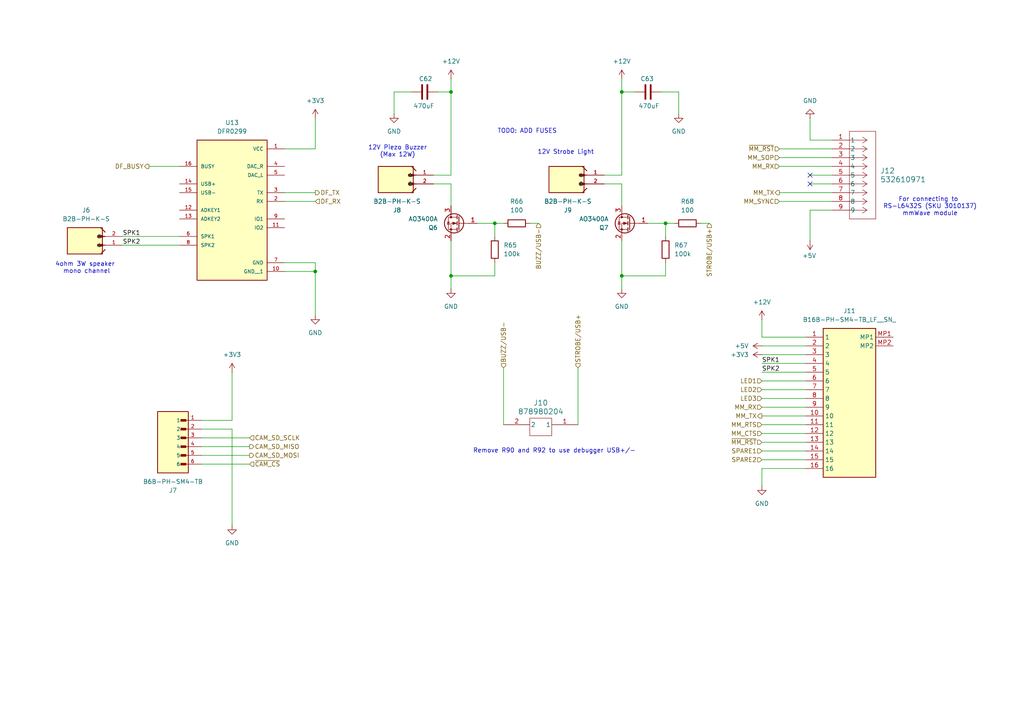
<source format=kicad_sch>
(kicad_sch (version 20250114) (generator "eeschema") (generator_version "9.0")
  (paper "A4")
  (lib_symbols
    (symbol "532610971:532610971" (pin_names (offset 0.254))
      (property "Reference" "J" (at 8.89 6.35 0))
      (property "Value" "532610971" (at 0 0 0))
      (symbol "532610971_1_1"
        (polyline (pts (xy 5.08 2.54) (xy 5.08 -22.86)) (stroke (width 0.127)))
        (polyline (pts (xy 5.08 -22.86) (xy 12.7 -22.86)) (stroke (width 0.127)))
        (polyline (pts (xy 10.16 0) (xy 5.08 0)) (stroke (width 0.127)))
        (polyline (pts (xy 10.16 0) (xy 8.89 0.8467)) (stroke (width 0.127)))
        (polyline (pts (xy 10.16 0) (xy 8.89 -0.8467)) (stroke (width 0.127)))
        (polyline (pts (xy 10.16 -2.54) (xy 5.08 -2.54)) (stroke (width 0.127)))
        (polyline (pts (xy 10.16 -2.54) (xy 8.89 -1.6933)) (stroke (width 0.127)))
        (polyline (pts (xy 10.16 -2.54) (xy 8.89 -3.3867)) (stroke (width 0.127)))
        (polyline (pts (xy 10.16 -5.08) (xy 5.08 -5.08)) (stroke (width 0.127)))
        (polyline (pts (xy 10.16 -5.08) (xy 8.89 -4.2333)) (stroke (width 0.127)))
        (polyline (pts (xy 10.16 -5.08) (xy 8.89 -5.9267)) (stroke (width 0.127)))
        (polyline (pts (xy 10.16 -7.62) (xy 5.08 -7.62)) (stroke (width 0.127)))
        (polyline (pts (xy 10.16 -7.62) (xy 8.89 -6.7733)) (stroke (width 0.127)))
        (polyline (pts (xy 10.16 -7.62) (xy 8.89 -8.4667)) (stroke (width 0.127)))
        (polyline (pts (xy 10.16 -10.16) (xy 5.08 -10.16)) (stroke (width 0.127)))
        (polyline (pts (xy 10.16 -10.16) (xy 8.89 -9.3133)) (stroke (width 0.127)))
        (polyline (pts (xy 10.16 -10.16) (xy 8.89 -11.0067)) (stroke (width 0.127)))
        (polyline (pts (xy 10.16 -12.7) (xy 5.08 -12.7)) (stroke (width 0.127)))
        (polyline (pts (xy 10.16 -12.7) (xy 8.89 -11.8533)) (stroke (width 0.127)))
        (polyline (pts (xy 10.16 -12.7) (xy 8.89 -13.5467)) (stroke (width 0.127)))
        (polyline (pts (xy 10.16 -15.24) (xy 5.08 -15.24)) (stroke (width 0.127)))
        (polyline (pts (xy 10.16 -15.24) (xy 8.89 -14.3933)) (stroke (width 0.127)))
        (polyline (pts (xy 10.16 -15.24) (xy 8.89 -16.0867)) (stroke (width 0.127)))
        (polyline (pts (xy 10.16 -17.78) (xy 5.08 -17.78)) (stroke (width 0.127)))
        (polyline (pts (xy 10.16 -17.78) (xy 8.89 -16.9333)) (stroke (width 0.127)))
        (polyline (pts (xy 10.16 -17.78) (xy 8.89 -18.6267)) (stroke (width 0.127)))
        (polyline (pts (xy 10.16 -20.32) (xy 5.08 -20.32)) (stroke (width 0.127)))
        (polyline (pts (xy 10.16 -20.32) (xy 8.89 -19.4733)) (stroke (width 0.127)))
        (polyline (pts (xy 10.16 -20.32) (xy 8.89 -21.1667)) (stroke (width 0.127)))
        (polyline (pts (xy 12.7 2.54) (xy 5.08 2.54)) (stroke (width 0.127)))
        (polyline (pts (xy 12.7 -22.86) (xy 12.7 2.54)) (stroke (width 0.127)))
        (pin unspecified line (at 0 0 0) (length 5.08) (name "1") (number "1"))
        (pin unspecified line (at 0 -2.54 0) (length 5.08) (name "2") (number "2"))
        (pin unspecified line (at 0 -5.08 0) (length 5.08) (name "3") (number "3"))
        (pin unspecified line (at 0 -7.62 0) (length 5.08) (name "4") (number "4"))
        (pin unspecified line (at 0 -10.16 0) (length 5.08) (name "5") (number "5"))
        (pin unspecified line (at 0 -12.7 0) (length 5.08) (name "6") (number "6"))
        (pin unspecified line (at 0 -15.24 0) (length 5.08) (name "7") (number "7"))
        (pin unspecified line (at 0 -17.78 0) (length 5.08) (name "8") (number "8"))
        (pin unspecified line (at 0 -20.32 0) (length 5.08) (name "9") (number "9"))
      )
      (symbol "532610971_1_2"
        (polyline (pts (xy 5.08 2.54) (xy 5.08 -22.86)) (stroke (width 0.127)))
        (polyline (pts (xy 5.08 -22.86) (xy 12.7 -22.86)) (stroke (width 0.127)))
        (polyline (pts (xy 7.62 0) (xy 5.08 0)) (stroke (width 0.127)))
        (polyline (pts (xy 7.62 0) (xy 8.89 0.8467)) (stroke (width 0.127)))
        (polyline (pts (xy 7.62 0) (xy 8.89 -0.8467)) (stroke (width 0.127)))
        (polyline (pts (xy 7.62 -2.54) (xy 5.08 -2.54)) (stroke (width 0.127)))
        (polyline (pts (xy 7.62 -2.54) (xy 8.89 -1.6933)) (stroke (width 0.127)))
        (polyline (pts (xy 7.62 -2.54) (xy 8.89 -3.3867)) (stroke (width 0.127)))
        (polyline (pts (xy 7.62 -5.08) (xy 5.08 -5.08)) (stroke (width 0.127)))
        (polyline (pts (xy 7.62 -5.08) (xy 8.89 -4.2333)) (stroke (width 0.127)))
        (polyline (pts (xy 7.62 -5.08) (xy 8.89 -5.9267)) (stroke (width 0.127)))
        (polyline (pts (xy 7.62 -7.62) (xy 5.08 -7.62)) (stroke (width 0.127)))
        (polyline (pts (xy 7.62 -7.62) (xy 8.89 -6.7733)) (stroke (width 0.127)))
        (polyline (pts (xy 7.62 -7.62) (xy 8.89 -8.4667)) (stroke (width 0.127)))
        (polyline (pts (xy 7.62 -10.16) (xy 5.08 -10.16)) (stroke (width 0.127)))
        (polyline (pts (xy 7.62 -10.16) (xy 8.89 -9.3133)) (stroke (width 0.127)))
        (polyline (pts (xy 7.62 -10.16) (xy 8.89 -11.0067)) (stroke (width 0.127)))
        (polyline (pts (xy 7.62 -12.7) (xy 5.08 -12.7)) (stroke (width 0.127)))
        (polyline (pts (xy 7.62 -12.7) (xy 8.89 -11.8533)) (stroke (width 0.127)))
        (polyline (pts (xy 7.62 -12.7) (xy 8.89 -13.5467)) (stroke (width 0.127)))
        (polyline (pts (xy 7.62 -15.24) (xy 5.08 -15.24)) (stroke (width 0.127)))
        (polyline (pts (xy 7.62 -15.24) (xy 8.89 -14.3933)) (stroke (width 0.127)))
        (polyline (pts (xy 7.62 -15.24) (xy 8.89 -16.0867)) (stroke (width 0.127)))
        (polyline (pts (xy 7.62 -17.78) (xy 5.08 -17.78)) (stroke (width 0.127)))
        (polyline (pts (xy 7.62 -17.78) (xy 8.89 -16.9333)) (stroke (width 0.127)))
        (polyline (pts (xy 7.62 -17.78) (xy 8.89 -18.6267)) (stroke (width 0.127)))
        (polyline (pts (xy 7.62 -20.32) (xy 5.08 -20.32)) (stroke (width 0.127)))
        (polyline (pts (xy 7.62 -20.32) (xy 8.89 -19.4733)) (stroke (width 0.127)))
        (polyline (pts (xy 7.62 -20.32) (xy 8.89 -21.1667)) (stroke (width 0.127)))
        (polyline (pts (xy 12.7 2.54) (xy 5.08 2.54)) (stroke (width 0.127)))
        (polyline (pts (xy 12.7 -22.86) (xy 12.7 2.54)) (stroke (width 0.127)))
        (pin unspecified line (at 0 0 0) (length 5.08) (name "1") (number "1"))
        (pin unspecified line (at 0 -2.54 0) (length 5.08) (name "2") (number "2"))
        (pin unspecified line (at 0 -5.08 0) (length 5.08) (name "3") (number "3"))
        (pin unspecified line (at 0 -7.62 0) (length 5.08) (name "4") (number "4"))
        (pin unspecified line (at 0 -10.16 0) (length 5.08) (name "5") (number "5"))
        (pin unspecified line (at 0 -12.7 0) (length 5.08) (name "6") (number "6"))
        (pin unspecified line (at 0 -15.24 0) (length 5.08) (name "7") (number "7"))
        (pin unspecified line (at 0 -17.78 0) (length 5.08) (name "8") (number "8"))
        (pin unspecified line (at 0 -20.32 0) (length 5.08) (name "9") (number "9"))
      )
    )
    (symbol "87898-0204:878980204" (pin_names (offset 0.254))
      (property "Reference" "J" (at 20.32 10.16 0))
      (property "Value" "878980204" (at 20.32 7.62 0))
      (symbol "878980204_0_1"
        (polyline (pts (xy 16.51 3.175) (xy 16.51 -1.905)) (stroke (width 0.127)))
        (polyline (pts (xy 16.51 -1.905) (xy 22.86 -1.905)) (stroke (width 0.127)))
        (polyline (pts (xy 22.86 3.175) (xy 16.51 3.175)) (stroke (width 0.127)))
        (polyline (pts (xy 22.86 -1.905) (xy 22.86 3.175)) (stroke (width 0.127)))
        (pin unspecified line (at 8.89 0 0) (length 7.62) (name "1") (number "1"))
        (pin unspecified line (at 30.48 0 180) (length 7.62) (name "2") (number "2"))
      )
    )
    (symbol "B16B-PH-SM4-TB_LF__SN_:B16B-PH-SM4-TB_LF__SN_"
      (property "Reference" "J" (at 21.59 7.62 0))
      (property "Value" "B16B-PH-SM4-TB_LF__SN_" (at 21.59 5.08 0))
      (symbol "B16B-PH-SM4-TB_LF__SN__1_1"
        (rectangle (start 5.08 2.54) (end 20.32 -40.64) (stroke (width 0.254)) (fill (type background)))
        (pin passive line (at 0 0 0) (length 5.08) (name "1") (number "1"))
        (pin passive line (at 0 -2.54 0) (length 5.08) (name "2") (number "2"))
        (pin passive line (at 0 -5.08 0) (length 5.08) (name "3") (number "3"))
        (pin passive line (at 0 -7.62 0) (length 5.08) (name "4") (number "4"))
        (pin passive line (at 0 -10.16 0) (length 5.08) (name "5") (number "5"))
        (pin passive line (at 0 -12.7 0) (length 5.08) (name "6") (number "6"))
        (pin passive line (at 0 -15.24 0) (length 5.08) (name "7") (number "7"))
        (pin passive line (at 0 -17.78 0) (length 5.08) (name "8") (number "8"))
        (pin passive line (at 0 -20.32 0) (length 5.08) (name "9") (number "9"))
        (pin passive line (at 0 -22.86 0) (length 5.08) (name "10") (number "10"))
        (pin passive line (at 0 -25.4 0) (length 5.08) (name "11") (number "11"))
        (pin passive line (at 0 -27.94 0) (length 5.08) (name "12") (number "12"))
        (pin passive line (at 0 -30.48 0) (length 5.08) (name "13") (number "13"))
        (pin passive line (at 0 -33.02 0) (length 5.08) (name "14") (number "14"))
        (pin passive line (at 0 -35.56 0) (length 5.08) (name "15") (number "15"))
        (pin passive line (at 0 -38.1 0) (length 5.08) (name "16") (number "16"))
        (pin passive line (at 25.4 0 180) (length 5.08) (name "MP1") (number "MP1"))
        (pin passive line (at 25.4 -2.54 180) (length 5.08) (name "MP2") (number "MP2"))
      )
    )
    (symbol "B2B-PH-K-S:B2B-PH-K-S" (pin_names (offset 1.016))
      (property "Reference" "J" (at -5.58 5.08 0))
      (property "Value" "B2B-PH-K-S" (at -5.08 -5.08 0))
      (symbol "B2B-PH-K-S_0_0"
        (polyline (pts (xy -5.08 3.81) (xy -3.81 5.08)) (stroke (width 0.254)))
        (polyline (pts (xy -5.08 2.54) (xy -3.175 2.54)) (stroke (width 0.254)))
        (polyline (pts (xy -5.08 0) (xy -3.175 0)) (stroke (width 0.254)))
        (polyline (pts (xy -5.08 -1.27) (xy -3.81 -2.54)) (stroke (width 0.254)))
        (rectangle (start -4.445 2.2225) (end -2.8575 2.8575) (stroke (width 0.1)) (fill (type outline)))
        (rectangle (start -4.445 -0.3175) (end -2.8575 0.3175) (stroke (width 0.1)) (fill (type outline)))
        (rectangle (start -4.2863 -2.54) (end 5.8738 5.08) (stroke (width 0.254)) (fill (type background)))
        (pin passive line (at -10.16 2.54 0) (length 5.08) (name "1") (number "1"))
        (pin passive line (at -10.16 0 0) (length 5.08) (name "2") (number "2"))
      )
    )
    (symbol "B6B-PH-SM4-TB:B6B-PH-SM4-TB" (pin_names (offset 1.016))
      (property "Reference" "J" (at -2.54 8.382 0))
      (property "Value" "B6B-PH-SM4-TB" (at -2.54 -12.7 0))
      (symbol "B6B-PH-SM4-TB_0_0"
        (rectangle (start -3.81 -10.16) (end 5.08 7.62) (stroke (width 0.254)) (fill (type background)))
        (rectangle (start -3.175 4.7625) (end -1.5875 5.3975) (stroke (width 0.1)) (fill (type outline)))
        (rectangle (start -3.175 2.2225) (end -1.5875 2.8575) (stroke (width 0.1)) (fill (type outline)))
        (rectangle (start -3.175 -0.3175) (end -1.5875 0.3175) (stroke (width 0.1)) (fill (type outline)))
        (rectangle (start -3.175 -2.8575) (end -1.5875 -2.2225) (stroke (width 0.1)) (fill (type outline)))
        (rectangle (start -3.175 -5.3975) (end -1.5875 -4.7625) (stroke (width 0.1)) (fill (type outline)))
        (rectangle (start -3.175 -7.9375) (end -1.5875 -7.3025) (stroke (width 0.1)) (fill (type outline)))
        (pin passive line (at -7.62 5.08 0) (length 5.08) (name "1") (number "1"))
        (pin passive line (at -7.62 2.54 0) (length 5.08) (name "2") (number "2"))
        (pin passive line (at -7.62 0 0) (length 5.08) (name "3") (number "3"))
        (pin passive line (at -7.62 -2.54 0) (length 5.08) (name "4") (number "4"))
        (pin passive line (at -7.62 -5.08 0) (length 5.08) (name "5") (number "5"))
        (pin passive line (at -7.62 -7.62 0) (length 5.08) (name "6") (number "6"))
      )
    )
    (symbol "DFR0299:DFR0299" (pin_names (offset 1.016))
      (property "Reference" "U" (at -10.16 18.542 0))
      (property "Value" "DFR0299" (at -10.16 -25.4 0))
      (symbol "DFR0299_0_0"
        (rectangle (start -10.16 -22.86) (end 10.16 17.78) (stroke (width 0.254)) (fill (type background)))
        (pin input line (at -15.24 10.16 0) (length 5.08) (name "BUSY") (number "16"))
        (pin input line (at -15.24 5.08 0) (length 5.08) (name "USB+") (number "14"))
        (pin input line (at -15.24 2.54 0) (length 5.08) (name "USB-") (number "15"))
        (pin input line (at -15.24 -2.54 0) (length 5.08) (name "ADKEY1") (number "12"))
        (pin input line (at -15.24 -5.08 0) (length 5.08) (name "ADKEY2") (number "13"))
        (pin passive line (at -15.24 -10.16 0) (length 5.08) (name "SPK1") (number "6"))
        (pin passive line (at -15.24 -12.7 0) (length 5.08) (name "SPK2") (number "8"))
        (pin power_in line (at 15.24 15.24 180) (length 5.08) (name "VCC") (number "1"))
        (pin output line (at 15.24 10.16 180) (length 5.08) (name "DAC_R") (number "4"))
        (pin output line (at 15.24 7.62 180) (length 5.08) (name "DAC_L") (number "5"))
        (pin output line (at 15.24 2.54 180) (length 5.08) (name "TX") (number "3"))
        (pin input line (at 15.24 0 180) (length 5.08) (name "RX") (number "2"))
        (pin bidirectional line (at 15.24 -5.08 180) (length 5.08) (name "IO1") (number "9"))
        (pin bidirectional line (at 15.24 -7.62 180) (length 5.08) (name "IO2") (number "11"))
        (pin power_in line (at 15.24 -17.78 180) (length 5.08) (name "GND") (number "7"))
        (pin power_in line (at 15.24 -20.32 180) (length 5.08) (name "GND__1") (number "10"))
      )
    )
    (symbol "Device:C" (pin_numbers (hide yes)) (pin_names (offset 0.254))
      (property "Reference" "C" (at 0.635 2.54 0))
      (property "Value" "C" (at 0.635 -2.54 0))
      (symbol "C_0_1"
        (polyline (pts (xy -2.032 0.762) (xy 2.032 0.762)) (stroke (width 0.508)))
        (polyline (pts (xy -2.032 -0.762) (xy 2.032 -0.762)) (stroke (width 0.508)))
      )
      (symbol "C_1_1"
        (pin passive line (at 0 3.81 270) (length 2.794) (name "~") (number "1"))
        (pin passive line (at 0 -3.81 90) (length 2.794) (name "~") (number "2"))
      )
    )
    (symbol "Device:R" (pin_numbers (hide yes)) (pin_names (offset 0))
      (property "Reference" "R" (at 2.032 0 90))
      (property "Value" "R" (at 0 0 90))
      (symbol "R_0_1"
        (rectangle (start -1.016 -2.54) (end 1.016 2.54) (stroke (width 0.254)))
      )
      (symbol "R_1_1"
        (pin passive line (at 0 3.81 270) (length 1.27) (name "~") (number "1"))
        (pin passive line (at 0 -3.81 90) (length 1.27) (name "~") (number "2"))
      )
    )
    (symbol "Transistor_FET:AO3400A" (pin_names (offset 0) (hide yes))
      (property "Reference" "Q" (at 5.08 1.905 0))
      (property "Value" "AO3400A" (at 5.08 0 0))
      (symbol "AO3400A_0_1"
        (polyline (pts (xy 0.254 1.905) (xy 0.254 -1.905)) (stroke (width 0.254)))
        (polyline (pts (xy 0.254 0) (xy -2.54 0)))
        (polyline (pts (xy 0.762 2.286) (xy 0.762 1.27)) (stroke (width 0.254)))
        (polyline (pts (xy 0.762 0.508) (xy 0.762 -0.508)) (stroke (width 0.254)))
        (polyline (pts (xy 0.762 -1.27) (xy 0.762 -2.286)) (stroke (width 0.254)))
        (polyline (pts (xy 0.762 -1.778) (xy 3.302 -1.778) (xy 3.302 1.778) (xy 0.762 1.778)))
        (polyline (pts (xy 1.016 0) (xy 2.032 0.381) (xy 2.032 -0.381) (xy 1.016 0)) (fill (type outline)))
        (circle (center 1.651 0) (radius 2.794) (stroke (width 0.254)))
        (polyline (pts (xy 2.54 2.54) (xy 2.54 1.778)))
        (circle (center 2.54 1.778) (radius 0.254) (fill (type outline)))
        (circle (center 2.54 -1.778) (radius 0.254) (fill (type outline)))
        (polyline (pts (xy 2.54 -2.54) (xy 2.54 0) (xy 0.762 0)))
        (polyline (pts (xy 2.921 0.381) (xy 3.683 0.381)))
        (polyline (pts (xy 3.302 0.381) (xy 2.921 -0.254) (xy 3.683 -0.254) (xy 3.302 0.381)))
      )
      (symbol "AO3400A_1_1"
        (pin input line (at -5.08 0 0) (length 2.54) (name "G") (number "1"))
        (pin passive line (at 2.54 5.08 270) (length 2.54) (name "D") (number "3"))
        (pin passive line (at 2.54 -5.08 90) (length 2.54) (name "S") (number "2"))
      )
    )
    (symbol "power:+12V" (power) (pin_numbers (hide yes)) (pin_names (offset 0) (hide yes))
      (property "Value" "+12V" (at 0 3.556 0))
      (symbol "+12V_0_1"
        (polyline (pts (xy -0.762 1.27) (xy 0 2.54)))
        (polyline (pts (xy 0 2.54) (xy 0.762 1.27)))
        (polyline (pts (xy 0 0) (xy 0 2.54)))
      )
      (symbol "+12V_1_1"
        (pin power_in line (at 0 0 90) (length 0) (name "~") (number "1"))
      )
    )
    (symbol "power:+3V3" (power) (pin_numbers (hide yes)) (pin_names (offset 0) (hide yes))
      (property "Value" "+3V3" (at 0 3.556 0))
      (symbol "+3V3_0_1"
        (polyline (pts (xy -0.762 1.27) (xy 0 2.54)))
        (polyline (pts (xy 0 2.54) (xy 0.762 1.27)))
        (polyline (pts (xy 0 0) (xy 0 2.54)))
      )
      (symbol "+3V3_1_1"
        (pin power_in line (at 0 0 90) (length 0) (name "~") (number "1"))
      )
    )
    (symbol "power:+5V" (power) (pin_numbers (hide yes)) (pin_names (offset 0) (hide yes))
      (property "Value" "+5V" (at 0 3.556 0))
      (symbol "+5V_0_1"
        (polyline (pts (xy -0.762 1.27) (xy 0 2.54)))
        (polyline (pts (xy 0 2.54) (xy 0.762 1.27)))
        (polyline (pts (xy 0 0) (xy 0 2.54)))
      )
      (symbol "+5V_1_1"
        (pin power_in line (at 0 0 90) (length 0) (name "~") (number "1"))
      )
    )
    (symbol "power:GND" (power) (pin_numbers (hide yes)) (pin_names (offset 0) (hide yes))
      (property "Value" "GND" (at 0 -3.81 0))
      (symbol "GND_0_1"
        (polyline (pts (xy 0 0) (xy 0 -1.27) (xy 1.27 -1.27) (xy 0 -2.54) (xy -1.27 -1.27) (xy 0 -1.27)))
      )
      (symbol "GND_1_1"
        (pin power_in line (at 0 0 270) (length 0) (name "~") (number "1"))
      )
    )
  )
  (text "TODO: ADD FUSES" (at 152.908 38.1 0) (effects (font (size 1.27 1.27))))
  (text "12V Strobe Light\n" (at 164.084 44.196 0) (effects (font (size 1.27 1.27))))
  (text "Remove R90 and R92 to use debugger USB+/-" (at 160.782 130.81 0) (effects (font (size 1.27 1.27))))
  (text "12V Piezo Buzzer\n(Max 12W)" (at 115.316 43.942 0) (effects (font (size 1.27 1.27))))
  (text "4ohm 3W speaker \nmono channel" (at 25.146 77.724 0) (effects (font (size 1.27 1.27))))
  (text "For connecting to \nRS-L6432S (SKU 3010137)\nmmWave module" (at 269.748 59.944 0) (effects (font (size 1.27 1.27))))
  (junction (at 143.51 64.77))
  (junction (at 130.81 80.01))
  (junction (at 193.04 64.77))
  (junction (at 180.34 26.67))
  (junction (at 91.44 78.74))
  (junction (at 180.34 80.01))
  (junction (at 130.81 26.67))
  (no_connect (at 234.95 53.34))
  (no_connect (at 234.95 50.8))
  (wire (pts (xy 91.44 43.18) (xy 91.44 34.29)))
  (wire (pts (xy 220.98 110.49) (xy 233.68 110.49)))
  (wire (pts (xy 226.06 43.18) (xy 241.3 43.18)))
  (wire (pts (xy 234.95 50.8) (xy 241.3 50.8)))
  (wire (pts (xy 35.56 68.58) (xy 52.07 68.58)))
  (wire (pts (xy 180.34 26.67) (xy 180.34 50.8)))
  (wire (pts (xy 125.73 50.8) (xy 130.81 50.8)))
  (wire (pts (xy 114.3 33.02) (xy 114.3 26.67)))
  (wire (pts (xy 180.34 22.86) (xy 180.34 26.67)))
  (wire (pts (xy 143.51 64.77) (xy 138.43 64.77)))
  (wire (pts (xy 167.64 106.68) (xy 167.64 123.19)))
  (wire (pts (xy 196.85 33.02) (xy 196.85 26.67)))
  (wire (pts (xy 234.95 40.64) (xy 234.95 34.29)))
  (wire (pts (xy 143.51 64.77) (xy 146.05 64.77)))
  (wire (pts (xy 220.98 133.35) (xy 233.68 133.35)))
  (wire (pts (xy 175.26 50.8) (xy 180.34 50.8)))
  (wire (pts (xy 130.81 53.34) (xy 125.73 53.34)))
  (wire (pts (xy 193.04 76.2) (xy 193.04 80.01)))
  (wire (pts (xy 130.81 69.85) (xy 130.81 80.01)))
  (wire (pts (xy 220.98 107.95) (xy 233.68 107.95)))
  (wire (pts (xy 220.98 125.73) (xy 233.68 125.73)))
  (wire (pts (xy 130.81 22.86) (xy 130.81 26.67)))
  (wire (pts (xy 193.04 64.77) (xy 187.96 64.77)))
  (wire (pts (xy 220.98 135.89) (xy 233.68 135.89)))
  (wire (pts (xy 220.98 123.19) (xy 233.68 123.19)))
  (wire (pts (xy 91.44 78.74) (xy 91.44 91.44)))
  (wire (pts (xy 91.44 76.2) (xy 91.44 78.74)))
  (wire (pts (xy 196.85 26.67) (xy 191.77 26.67)))
  (wire (pts (xy 226.06 45.72) (xy 241.3 45.72)))
  (wire (pts (xy 233.68 97.79) (xy 220.98 97.79)))
  (wire (pts (xy 220.98 100.33) (xy 233.68 100.33)))
  (wire (pts (xy 35.56 71.12) (xy 52.07 71.12)))
  (wire (pts (xy 146.05 106.68) (xy 146.05 123.19)))
  (wire (pts (xy 180.34 69.85) (xy 180.34 80.01)))
  (wire (pts (xy 43.18 48.26) (xy 52.07 48.26)))
  (wire (pts (xy 82.55 76.2) (xy 91.44 76.2)))
  (wire (pts (xy 127 26.67) (xy 130.81 26.67)))
  (wire (pts (xy 226.06 55.88) (xy 241.3 55.88)))
  (wire (pts (xy 220.98 118.11) (xy 233.68 118.11)))
  (wire (pts (xy 130.81 53.34) (xy 130.81 59.69)))
  (wire (pts (xy 58.42 132.08) (xy 72.39 132.08)))
  (wire (pts (xy 58.42 124.46) (xy 67.31 124.46)))
  (wire (pts (xy 82.55 58.42) (xy 91.44 58.42)))
  (wire (pts (xy 180.34 53.34) (xy 175.26 53.34)))
  (wire (pts (xy 130.81 26.67) (xy 130.81 50.8)))
  (wire (pts (xy 226.06 58.42) (xy 241.3 58.42)))
  (wire (pts (xy 82.55 78.74) (xy 91.44 78.74)))
  (wire (pts (xy 180.34 80.01) (xy 180.34 83.82)))
  (wire (pts (xy 220.98 102.87) (xy 233.68 102.87)))
  (wire (pts (xy 193.04 80.01) (xy 180.34 80.01)))
  (wire (pts (xy 220.98 128.27) (xy 233.68 128.27)))
  (wire (pts (xy 143.51 68.58) (xy 143.51 64.77)))
  (wire (pts (xy 241.3 60.96) (xy 234.95 60.96)))
  (wire (pts (xy 220.98 113.03) (xy 233.68 113.03)))
  (wire (pts (xy 226.06 48.26) (xy 241.3 48.26)))
  (wire (pts (xy 220.98 115.57) (xy 233.68 115.57)))
  (wire (pts (xy 82.55 43.18) (xy 91.44 43.18)))
  (wire (pts (xy 220.98 105.41) (xy 233.68 105.41)))
  (wire (pts (xy 143.51 80.01) (xy 130.81 80.01)))
  (wire (pts (xy 180.34 53.34) (xy 180.34 59.69)))
  (wire (pts (xy 184.15 26.67) (xy 180.34 26.67)))
  (wire (pts (xy 203.2 64.77) (xy 205.74 64.77)))
  (wire (pts (xy 58.42 127) (xy 72.39 127)))
  (wire (pts (xy 58.42 129.54) (xy 72.39 129.54)))
  (wire (pts (xy 58.42 134.62) (xy 72.39 134.62)))
  (wire (pts (xy 67.31 124.46) (xy 67.31 152.4)))
  (wire (pts (xy 220.98 92.71) (xy 220.98 97.79)))
  (wire (pts (xy 241.3 40.64) (xy 234.95 40.64)))
  (wire (pts (xy 58.42 121.92) (xy 67.31 121.92)))
  (wire (pts (xy 193.04 68.58) (xy 193.04 64.77)))
  (wire (pts (xy 193.04 64.77) (xy 195.58 64.77)))
  (wire (pts (xy 234.95 60.96) (xy 234.95 69.85)))
  (wire (pts (xy 220.98 130.81) (xy 233.68 130.81)))
  (wire (pts (xy 82.55 55.88) (xy 91.44 55.88)))
  (wire (pts (xy 234.95 53.34) (xy 241.3 53.34)))
  (wire (pts (xy 220.98 120.65) (xy 233.68 120.65)))
  (wire (pts (xy 67.31 107.95) (xy 67.31 121.92)))
  (wire (pts (xy 114.3 26.67) (xy 119.38 26.67)))
  (wire (pts (xy 130.81 80.01) (xy 130.81 83.82)))
  (wire (pts (xy 220.98 140.97) (xy 220.98 135.89)))
  (wire (pts (xy 143.51 76.2) (xy 143.51 80.01)))
  (wire (pts (xy 153.67 64.77) (xy 156.21 64.77)))
  (label "SPK2" (at 220.98 107.95 0))
  (label "SPK2" (at 35.56 71.12 0))
  (label "SPK1" (at 220.98 105.41 0))
  (label "SPK1" (at 35.56 68.58 0))
  (hierarchical_label "MM_TX" (shape output) (at 226.06 55.88 180))
  (hierarchical_label "SPARE2" (shape input) (at 220.98 133.35 180))
  (hierarchical_label "~{CAM_CS}" (shape input) (at 72.39 134.62 0))
  (hierarchical_label "STROBE{slash}USB+" (shape input) (at 205.74 64.77 270))
  (hierarchical_label "LED1" (shape input) (at 220.98 110.49 180))
  (hierarchical_label "~{MM_RST}" (shape input) (at 220.98 128.27 180))
  (hierarchical_label "BUZZ{slash}USB-" (shape input) (at 156.21 64.77 270))
  (hierarchical_label "CAM_SD_MOSI" (shape output) (at 72.39 132.08 0))
  (hierarchical_label "MM_RX" (shape input) (at 220.98 118.11 180))
  (hierarchical_label "MM_SOP" (shape input) (at 226.06 45.72 180))
  (hierarchical_label "MM_RTS" (shape input) (at 220.98 123.19 180))
  (hierarchical_label "DF_TX" (shape output) (at 91.44 55.88 0))
  (hierarchical_label "DF_BUSY" (shape output) (at 43.18 48.26 180))
  (hierarchical_label "CAM_SD_MISO" (shape output) (at 72.39 129.54 0))
  (hierarchical_label "MM_CTS" (shape input) (at 220.98 125.73 180))
  (hierarchical_label "MM_RX" (shape input) (at 226.06 48.26 180))
  (hierarchical_label "CAM_SD_SCLK" (shape input) (at 72.39 127 0))
  (hierarchical_label "LED2" (shape input) (at 220.98 113.03 180))
  (hierarchical_label "~{MM_RST}" (shape input) (at 226.06 43.18 180))
  (hierarchical_label "BUZZ{slash}USB-" (shape input) (at 146.05 106.68 90))
  (hierarchical_label "STROBE{slash}USB+" (shape input) (at 167.64 106.68 90))
  (hierarchical_label "DF_RX" (shape input) (at 91.44 58.42 0))
  (hierarchical_label "SPARE1" (shape input) (at 220.98 130.81 180))
  (hierarchical_label "MM_SYNC" (shape input) (at 226.06 58.42 180))
  (hierarchical_label "MM_TX" (shape output) (at 220.98 120.65 180))
  (hierarchical_label "LED3" (shape input) (at 220.98 115.57 180))
  (symbol (lib_id "power:+12V") (at 180.34 22.86 0) (unit 1)
    (property "Reference" "#PWR0112" (effects (hide yes)))
    (property "Value" "+12V" (at 180.34 17.78 0))
    (property "Description" "Power symbol creates a global label with name \"+12V\"" (effects (hide yes)))
  )
  (symbol (lib_id "DFR0299:DFR0299") (at 67.31 58.42 0) (unit 1)
    (property "Reference" "U13" (at 67.31 35.56 0))
    (property "Value" "DFR0299" (at 67.31 38.1 0))
    (property "Footprint" "DFR0299:MODULE_DFR0299" (effects (hide yes)))
    (property "MF" "DFRobot" (effects (hide yes)))
    (property "DESCRIPTION" "Dfplayer - a Mini Mp3 Player" (effects (hide yes)))
    (property "PACKAGE" "None" (effects (hide yes)))
    (property "PRICE" "None" (effects (hide yes)))
    (property "MP" "DFR0299" (effects (hide yes)))
    (property "AVAILABILITY" "Unavailable" (effects (hide yes)))
  )
  (symbol (lib_id "power:+12V") (at 220.98 92.71 0) (unit 1)
    (property "Reference" "#PWR0115" (effects (hide yes)))
    (property "Value" "+12V" (at 220.98 87.63 0))
    (property "Description" "Power symbol creates a global label with name \"+12V\"" (effects (hide yes)))
  )
  (symbol (lib_id "power:GND") (at 130.81 83.82 0) (unit 1)
    (property "Reference" "#PWR0111" (effects (hide yes)))
    (property "Value" "GND" (at 130.81 88.9 0))
    (property "Description" "Power symbol creates a global label with name \"GND\" , ground" (effects (hide yes)))
  )
  (symbol (lib_id "power:+5V") (at 220.98 100.33 90) (unit 1)
    (property "Reference" "#PWR0116" (effects (hide yes)))
    (property "Value" "+5V" (at 217.17 100.3299 90) (effects (justify left)))
    (property "Description" "Power symbol creates a global label with name \"+5V\"" (effects (hide yes)))
  )
  (symbol (lib_id "power:GND") (at 180.34 83.82 0) (unit 1)
    (property "Reference" "#PWR0113" (effects (hide yes)))
    (property "Value" "GND" (at 180.34 88.9 0))
    (property "Description" "Power symbol creates a global label with name \"GND\" , ground" (effects (hide yes)))
  )
  (symbol (lib_id "B16B-PH-SM4-TB_LF__SN_:B16B-PH-SM4-TB_LF__SN_") (at 233.68 97.79 0) (unit 1)
    (property "Reference" "J11" (at 246.38 90.17 0))
    (property "Value" "B16B-PH-SM4-TB_LF__SN_" (at 246.38 92.71 0))
    (property "Footprint" "B16B-PH-SM4-TB_LF__SN_:B16BPHSM4TBLFSN" (effects (hide yes)))
    (property "Datasheet" "http://www.jst-mfg.com/product/pdf/eng/ePH.pdf" (effects (hide yes)))
    (property "Description" "CONN HEADER SMD 16POS 2MM" (effects (hide yes)))
    (property "Height" "6.6" (effects (hide yes)))
    (property "Manufacturer_Name" "JST (JAPAN SOLDERLESS TERMINALS)" (effects (hide yes)))
    (property "Manufacturer_Part_Number" "B16B-PH-SM4-TB(LF)(SN)" (effects (hide yes)))
    (property "Mouser Part Number" "306-B16BPHSM4TBLFSN" (effects (hide yes)))
    (property "Mouser Price/Stock" "https://www.mouser.co.uk/ProductDetail/JST-Commercial/B16B-PH-SM4-TBLFSN?qs=QpmGXVUTftHbk9%252BolgVqeQ%3D%3D" (effects (hide yes)))
  )
  (symbol (lib_id "power:+3V3") (at 91.44 34.29 0) (unit 1)
    (property "Reference" "#PWR0107" (effects (hide yes)))
    (property "Value" "+3V3" (at 91.44 29.21 0))
    (property "Description" "Power symbol creates a global label with name \"+3V3\"" (effects (hide yes)))
  )
  (symbol (lib_id "Device:R") (at 199.39 64.77 90) (unit 1)
    (property "Reference" "R68" (at 199.39 58.42 90))
    (property "Value" "100" (at 199.39 60.96 90))
    (property "Footprint" "Resistor_SMD:R_0603_1608Metric" (effects (hide yes)))
    (property "Description" "Resistor" (effects (hide yes)))
  )
  (symbol (lib_id "B2B-PH-K-S:B2B-PH-K-S") (at 165.1 53.34 0) (mirror y) (unit 1)
    (property "Reference" "J9" (at 164.7031 60.96 0))
    (property "Value" "B2B-PH-K-S" (at 164.7031 58.42 0))
    (property "Footprint" "B2B-PH-K-S:JST_B2B-PH-K-S" (effects (hide yes)))
    (property "MANUFACTURER" "JST" (effects (hide yes)))
  )
  (symbol (lib_id "Device:C") (at 187.96 26.67 270) (mirror x) (unit 1)
    (property "Reference" "C63" (at 187.706 22.86 90))
    (property "Value" "470uF" (at 188.214 30.734 90))
    (property "Footprint" "Capacitor_THT:CP_Radial_D10.0mm_P5.00mm" (effects (hide yes)))
    (property "Description" "Unpolarized capacitor" (effects (hide yes)))
  )
  (symbol (lib_id "Device:R") (at 143.51 72.39 0) (unit 1)
    (property "Reference" "R65" (at 146.05 71.1199 0) (effects (justify left)))
    (property "Value" "100k" (at 146.05 73.6599 0) (effects (justify left)))
    (property "Footprint" "Resistor_SMD:R_0603_1608Metric" (effects (hide yes)))
    (property "Description" "Resistor" (effects (hide yes)))
  )
  (symbol (lib_id "B6B-PH-SM4-TB:B6B-PH-SM4-TB") (at 50.8 127 0) (mirror y) (unit 1)
    (property "Reference" "J7" (at 50.165 142.24 0))
    (property "Value" "B6B-PH-SM4-TB" (at 50.165 139.7 0))
    (property "Footprint" "B6B-PH-SM4-TB:JST_B6B-PH-SM4-TB" (effects (hide yes)))
    (property "PARTREV" "N/A" (effects (hide yes)))
    (property "MANUFACTURER" "JST" (effects (hide yes)))
    (property "MAXIMUM_PACKAGE_HEIGHT" "6.6mm" (effects (hide yes)))
    (property "STANDARD" "Manufacturer Recommendations" (effects (hide yes)))
  )
  (symbol (lib_id "power:+5V") (at 234.95 69.85 180) (unit 1)
    (property "Reference" "#PWR0120" (effects (hide yes)))
    (property "Value" "+5V" (at 234.696 74.168 0))
    (property "Description" "Power symbol creates a global label with name \"+5V\"" (effects (hide yes)))
  )
  (symbol (lib_id "87898-0204:878980204") (at 176.53 123.19 180) (unit 1)
    (property "Reference" "J10" (at 156.845 116.84 0) (effects (font (size 1.524 1.524))))
    (property "Value" "878980204" (at 156.845 119.38 0) (effects (font (size 1.524 1.524))))
    (property "Footprint" "87898-0204:87898-0204_MOL" (effects (hide yes)))
    (property "Datasheet" "https://www.molex.com/en-us/products/part-detail-pdf/878980204?display=pdf" (effects (hide yes)))
  )
  (symbol (lib_id "power:GND") (at 234.95 34.29 180) (unit 1)
    (property "Reference" "#PWR0119" (effects (hide yes)))
    (property "Value" "GND" (at 234.95 29.21 0))
    (property "Description" "Power symbol creates a global label with name \"GND\" , ground" (effects (hide yes)))
  )
  (symbol (lib_id "power:GND") (at 114.3 33.02 0) (unit 1)
    (property "Reference" "#PWR0109" (effects (hide yes)))
    (property "Value" "GND" (at 114.3 38.1 0))
    (property "Description" "Power symbol creates a global label with name \"GND\" , ground" (effects (hide yes)))
  )
  (symbol (lib_id "Transistor_FET:AO3400A") (at 182.88 64.77 0) (mirror y) (unit 1)
    (property "Reference" "Q7" (at 176.53 66.0401 0) (effects (justify left)))
    (property "Value" "AO3400A" (at 176.53 63.5001 0) (effects (justify left)))
    (property "Footprint" "Package_TO_SOT_SMD:SOT-23" (effects (hide yes)))
    (property "Datasheet" "http://www.aosmd.com/pdfs/datasheet/AO3400A.pdf" (effects (hide yes)))
    (property "Description" "30V Vds, 5.7A Id, N-Channel MOSFET, SOT-23" (effects (hide yes)))
  )
  (symbol (lib_id "Transistor_FET:AO3400A") (at 133.35 64.77 0) (mirror y) (unit 1)
    (property "Reference" "Q6" (at 127 66.0401 0) (effects (justify left)))
    (property "Value" "AO3400A" (at 127 63.5001 0) (effects (justify left)))
    (property "Footprint" "Package_TO_SOT_SMD:SOT-23" (effects (hide yes)))
    (property "Datasheet" "http://www.aosmd.com/pdfs/datasheet/AO3400A.pdf" (effects (hide yes)))
    (property "Description" "30V Vds, 5.7A Id, N-Channel MOSFET, SOT-23" (effects (hide yes)))
  )
  (symbol (lib_id "power:GND") (at 91.44 91.44 0) (unit 1)
    (property "Reference" "#PWR0108" (effects (hide yes)))
    (property "Value" "GND" (at 91.44 96.52 0))
    (property "Description" "Power symbol creates a global label with name \"GND\" , ground" (effects (hide yes)))
  )
  (symbol (lib_id "Device:R") (at 193.04 72.39 0) (unit 1)
    (property "Reference" "R67" (at 195.58 71.1199 0) (effects (justify left)))
    (property "Value" "100k" (at 195.58 73.6599 0) (effects (justify left)))
    (property "Footprint" "Resistor_SMD:R_0603_1608Metric" (effects (hide yes)))
    (property "Description" "Resistor" (effects (hide yes)))
  )
  (symbol (lib_id "Device:R") (at 149.86 64.77 90) (unit 1)
    (property "Reference" "R66" (at 149.86 58.42 90))
    (property "Value" "100" (at 149.86 60.96 90))
    (property "Footprint" "Resistor_SMD:R_0603_1608Metric" (effects (hide yes)))
    (property "Description" "Resistor" (effects (hide yes)))
  )
  (symbol (lib_id "532610971:532610971") (at 241.3 40.64 0) (unit 1)
    (property "Reference" "J12" (at 255.27 49.5299 0) (effects (font (size 1.524 1.524)) (justify left)))
    (property "Value" "532610971" (at 255.27 52.0699 0) (effects (font (size 1.524 1.524)) (justify left)))
    (property "Footprint" "532610971:CONN_532610001-SD_09_MOL" (effects (hide yes)))
    (property "Datasheet" "https://www.molex.com/en-us/products/part-detail-pdf/532610971?display=pdf" (effects (hide yes)))
  )
  (symbol (lib_id "power:+3V3") (at 220.98 102.87 90) (unit 1)
    (property "Reference" "#PWR0117" (effects (hide yes)))
    (property "Value" "+3V3" (at 217.17 102.8699 90) (effects (justify left)))
    (property "Description" "Power symbol creates a global label with name \"+3V3\"" (effects (hide yes)))
  )
  (symbol (lib_id "Device:C") (at 123.19 26.67 90) (unit 1)
    (property "Reference" "C62" (at 123.444 22.86 90))
    (property "Value" "470uF" (at 122.936 30.734 90))
    (property "Footprint" "Capacitor_THT:CP_Radial_D10.0mm_P5.00mm" (effects (hide yes)))
    (property "Description" "Unpolarized capacitor" (effects (hide yes)))
  )
  (symbol (lib_id "power:+12V") (at 130.81 22.86 0) (unit 1)
    (property "Reference" "#PWR0110" (effects (hide yes)))
    (property "Value" "+12V" (at 130.81 17.78 0))
    (property "Description" "Power symbol creates a global label with name \"+12V\"" (effects (hide yes)))
  )
  (symbol (lib_id "power:GND") (at 196.85 33.02 0) (mirror y) (unit 1)
    (property "Reference" "#PWR0114" (effects (hide yes)))
    (property "Value" "GND" (at 196.85 38.1 0))
    (property "Description" "Power symbol creates a global label with name \"GND\" , ground" (effects (hide yes)))
  )
  (symbol (lib_id "B2B-PH-K-S:B2B-PH-K-S") (at 115.57 53.34 0) (mirror y) (unit 1)
    (property "Reference" "J8" (at 115.1731 60.96 0))
    (property "Value" "B2B-PH-K-S" (at 115.1731 58.42 0))
    (property "Footprint" "B2B-PH-K-S:JST_B2B-PH-K-S" (effects (hide yes)))
    (property "MANUFACTURER" "JST" (effects (hide yes)))
  )
  (symbol (lib_id "power:GND") (at 220.98 140.97 0) (unit 1)
    (property "Reference" "#PWR0118" (effects (hide yes)))
    (property "Value" "GND" (at 220.98 146.05 0))
    (property "Description" "Power symbol creates a global label with name \"GND\" , ground" (effects (hide yes)))
  )
  (symbol (lib_id "power:+3V3") (at 67.31 107.95 0) (unit 1)
    (property "Reference" "#PWR0105" (effects (hide yes)))
    (property "Value" "+3V3" (at 67.31 102.87 0))
    (property "Description" "Power symbol creates a global label with name \"+3V3\"" (effects (hide yes)))
  )
  (symbol (lib_id "B2B-PH-K-S:B2B-PH-K-S") (at 25.4 68.58 180) (unit 1)
    (property "Reference" "J6" (at 25.0031 60.96 0))
    (property "Value" "B2B-PH-K-S" (at 25.0031 63.5 0))
    (property "Footprint" "B2B-PH-K-S:JST_B2B-PH-K-S" (effects (hide yes)))
    (property "MANUFACTURER" "JST" (effects (hide yes)))
  )
  (symbol (lib_id "power:GND") (at 67.31 152.4 0) (unit 1)
    (property "Reference" "#PWR0106" (effects (hide yes)))
    (property "Value" "GND" (at 67.31 157.48 0))
    (property "Description" "Power symbol creates a global label with name \"GND\" , ground" (effects (hide yes)))
  )
)
</source>
